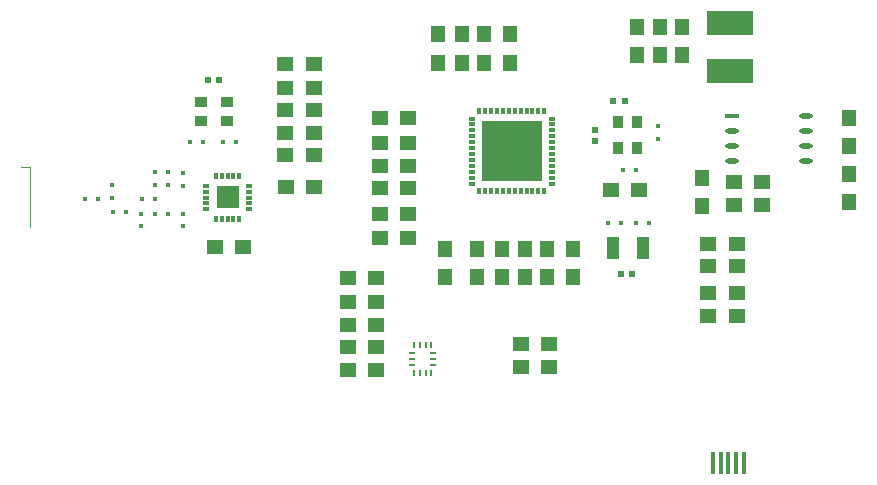
<source format=gtp>
G04*
G04 #@! TF.GenerationSoftware,Altium Limited,Altium Designer,22.11.1 (43)*
G04*
G04 Layer_Color=8421504*
%FSLAX44Y44*%
%MOMM*%
G71*
G04*
G04 #@! TF.SameCoordinates,C070AB6A-2F18-4790-B33B-C4DBF4FCC7D7*
G04*
G04*
G04 #@! TF.FilePolarity,Positive*
G04*
G01*
G75*
%ADD21C,0.1000*%
%ADD22R,0.3000X0.5000*%
%ADD23R,0.5000X0.3000*%
%ADD24R,1.9000X1.9000*%
%ADD25R,1.4000X1.2500*%
%ADD26R,0.4000X1.8500*%
%ADD27R,0.5500X0.3000*%
%ADD28R,0.3000X0.5500*%
%ADD29R,5.2000X5.2000*%
%ADD30R,1.1500X0.4300*%
%ADD31O,1.1500X0.4300*%
%ADD32R,1.2500X1.4000*%
%ADD33R,0.4750X0.2500*%
%ADD34R,0.2500X0.4750*%
%ADD35R,0.9000X1.0000*%
%ADD36R,0.9000X1.0000*%
%ADD37R,1.0000X0.9000*%
%ADD38R,1.0000X0.9000*%
%ADD39R,1.1000X1.9000*%
%ADD40R,4.0000X2.0000*%
%ADD41R,0.5200X0.4700*%
%ADD42R,0.4700X0.5200*%
%ADD43R,0.4200X0.4200*%
%ADD44R,0.4200X0.4200*%
D21*
X411580Y490120D02*
Y541120D01*
X404580D02*
X411580D01*
D22*
X589040Y496900D02*
D03*
X584040D02*
D03*
X579040D02*
D03*
X574040D02*
D03*
X569040D02*
D03*
Y533400D02*
D03*
X574040D02*
D03*
X579040D02*
D03*
X584040D02*
D03*
X589040D02*
D03*
D23*
X560790Y505150D02*
D03*
Y510150D02*
D03*
Y515150D02*
D03*
Y520150D02*
D03*
Y525150D02*
D03*
X597290D02*
D03*
Y520150D02*
D03*
Y515150D02*
D03*
Y510150D02*
D03*
Y505150D02*
D03*
D24*
X579510Y515310D02*
D03*
D25*
X652080Y551180D02*
D03*
X628080D02*
D03*
X652080Y570230D02*
D03*
X628080D02*
D03*
X652080Y589280D02*
D03*
X628080D02*
D03*
Y608330D02*
D03*
X652080D02*
D03*
X628080Y628650D02*
D03*
X652080D02*
D03*
X708090Y582930D02*
D03*
X732090D02*
D03*
X827470Y391160D02*
D03*
X851470D02*
D03*
X827470Y372110D02*
D03*
X851470D02*
D03*
X680720Y447040D02*
D03*
X704720D02*
D03*
X568390Y473710D02*
D03*
X592390D02*
D03*
X1010220Y434340D02*
D03*
X986220D02*
D03*
X708090Y501650D02*
D03*
X732090D02*
D03*
X680720Y426720D02*
D03*
X704720D02*
D03*
X1010220Y415290D02*
D03*
X986220D02*
D03*
Y457200D02*
D03*
X1010220D02*
D03*
X986220Y476250D02*
D03*
X1010220D02*
D03*
X1007810Y509270D02*
D03*
X1031810D02*
D03*
Y528320D02*
D03*
X1007810D02*
D03*
X903670Y521970D02*
D03*
X927670D02*
D03*
X732090Y523240D02*
D03*
X708090D02*
D03*
X732090Y542290D02*
D03*
X708090D02*
D03*
X732090Y561340D02*
D03*
X708090D02*
D03*
Y481330D02*
D03*
X732090D02*
D03*
X704720Y407670D02*
D03*
X680720D02*
D03*
X704720Y388620D02*
D03*
X680720D02*
D03*
X704720Y369570D02*
D03*
X680720D02*
D03*
X628650Y524510D02*
D03*
X652650D02*
D03*
D26*
X1003000Y290830D02*
D03*
X1009500D02*
D03*
X990000D02*
D03*
X996500D02*
D03*
X1016000D02*
D03*
D27*
X785940Y542050D02*
D03*
Y547050D02*
D03*
X853440Y567050D02*
D03*
Y527050D02*
D03*
Y532050D02*
D03*
Y537050D02*
D03*
Y542050D02*
D03*
Y547050D02*
D03*
Y552050D02*
D03*
Y562050D02*
D03*
Y572050D02*
D03*
Y577050D02*
D03*
Y582050D02*
D03*
X785940D02*
D03*
Y577050D02*
D03*
Y572050D02*
D03*
Y567050D02*
D03*
Y562050D02*
D03*
Y557050D02*
D03*
Y552050D02*
D03*
Y537050D02*
D03*
Y532050D02*
D03*
Y527050D02*
D03*
X853440Y557050D02*
D03*
D28*
X847190Y588300D02*
D03*
X842190D02*
D03*
X837190D02*
D03*
X832190D02*
D03*
X827190D02*
D03*
X822190D02*
D03*
X817190D02*
D03*
X812190D02*
D03*
X807190D02*
D03*
X802190D02*
D03*
X797190D02*
D03*
X792190D02*
D03*
Y520800D02*
D03*
X797190D02*
D03*
X802190D02*
D03*
X807190D02*
D03*
X812190D02*
D03*
X817190D02*
D03*
X822190D02*
D03*
X827190D02*
D03*
X832190D02*
D03*
X837190D02*
D03*
X842190D02*
D03*
X847190D02*
D03*
D29*
X819658Y554482D02*
D03*
D30*
X1005840Y584200D02*
D03*
D31*
Y571500D02*
D03*
Y558800D02*
D03*
Y546100D02*
D03*
X1068840Y584200D02*
D03*
Y571500D02*
D03*
Y558800D02*
D03*
Y546100D02*
D03*
D32*
X1104900Y558800D02*
D03*
Y582800D02*
D03*
X963930Y635700D02*
D03*
Y659700D02*
D03*
X980440Y508130D02*
D03*
Y532130D02*
D03*
X1104900Y511240D02*
D03*
Y535240D02*
D03*
X789940Y447740D02*
D03*
Y471740D02*
D03*
X817880Y653350D02*
D03*
Y629350D02*
D03*
X763270Y447740D02*
D03*
Y471740D02*
D03*
X871220Y447740D02*
D03*
Y471740D02*
D03*
X796290Y653350D02*
D03*
Y629350D02*
D03*
X811530Y471740D02*
D03*
Y447740D02*
D03*
X830580Y471740D02*
D03*
Y447740D02*
D03*
X849630Y471740D02*
D03*
Y447740D02*
D03*
X756920Y653350D02*
D03*
Y629350D02*
D03*
X777240D02*
D03*
Y653350D02*
D03*
X925830Y635700D02*
D03*
Y659700D02*
D03*
X944880Y635700D02*
D03*
Y659700D02*
D03*
D33*
X735095Y383460D02*
D03*
Y378460D02*
D03*
Y373460D02*
D03*
X753345D02*
D03*
Y378460D02*
D03*
Y383460D02*
D03*
D34*
X736720Y366835D02*
D03*
X741720D02*
D03*
X746720D02*
D03*
X751720D02*
D03*
Y390085D02*
D03*
X746720D02*
D03*
X741720D02*
D03*
X736720D02*
D03*
D35*
X925830Y557530D02*
D03*
X909830Y579530D02*
D03*
X925830D02*
D03*
D36*
X909830Y557530D02*
D03*
D37*
X556260Y580390D02*
D03*
X578260Y596390D02*
D03*
Y580390D02*
D03*
D38*
X556260Y596390D02*
D03*
D39*
X930510Y472440D02*
D03*
X905510D02*
D03*
D40*
X1004570Y622120D02*
D03*
Y663120D02*
D03*
D41*
X890270Y572490D02*
D03*
Y562890D02*
D03*
D42*
X921740Y450850D02*
D03*
X912140D02*
D03*
X905790Y596900D02*
D03*
X915390D02*
D03*
X572210Y614680D02*
D03*
X562610D02*
D03*
D43*
X517740Y501650D02*
D03*
X528740D02*
D03*
X506310Y514350D02*
D03*
X517310D02*
D03*
X482180Y502920D02*
D03*
X493180D02*
D03*
X900860Y494030D02*
D03*
X911860D02*
D03*
X924560D02*
D03*
X935560D02*
D03*
X924980Y538480D02*
D03*
X913980D02*
D03*
X469050Y514350D02*
D03*
X458050D02*
D03*
X528740Y525780D02*
D03*
X517740D02*
D03*
Y537210D02*
D03*
X528740D02*
D03*
X546950Y562610D02*
D03*
X557950D02*
D03*
X585890Y562610D02*
D03*
X574890D02*
D03*
D44*
X541020Y525360D02*
D03*
Y536360D02*
D03*
X943610Y564730D02*
D03*
Y575730D02*
D03*
X541020Y501650D02*
D03*
Y490650D02*
D03*
X505460Y501650D02*
D03*
Y490650D02*
D03*
X481330Y526200D02*
D03*
Y515200D02*
D03*
M02*

</source>
